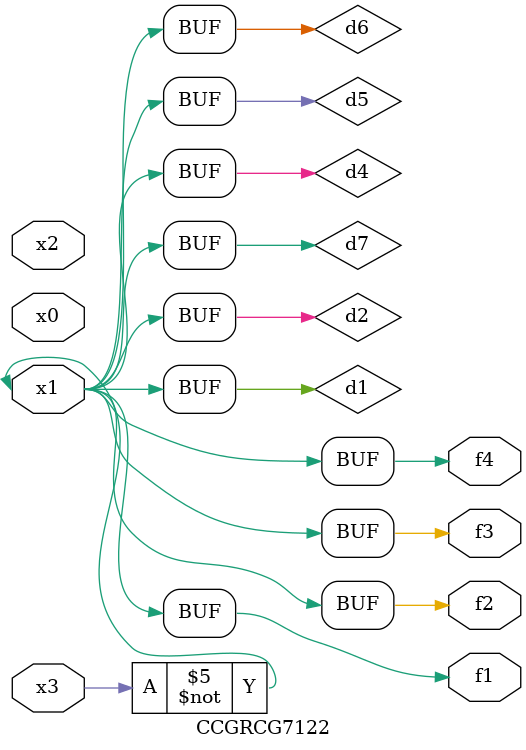
<source format=v>
module CCGRCG7122(
	input x0, x1, x2, x3,
	output f1, f2, f3, f4
);

	wire d1, d2, d3, d4, d5, d6, d7;

	not (d1, x3);
	buf (d2, x1);
	xnor (d3, d1, d2);
	nor (d4, d1);
	buf (d5, d1, d2);
	buf (d6, d4, d5);
	nand (d7, d4);
	assign f1 = d6;
	assign f2 = d7;
	assign f3 = d6;
	assign f4 = d6;
endmodule

</source>
